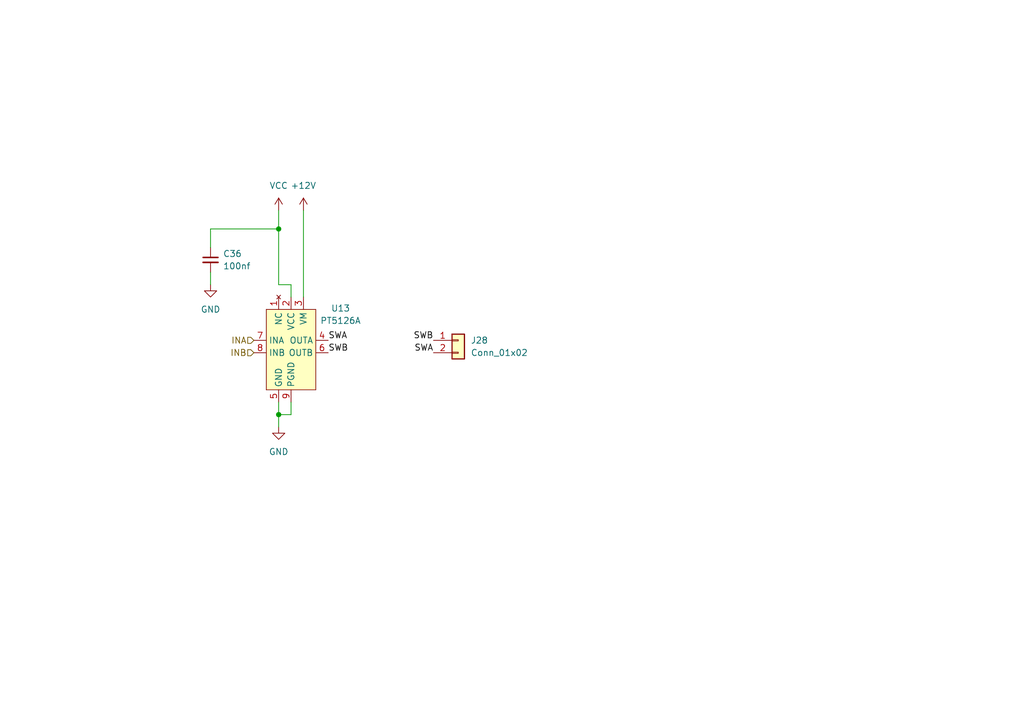
<source format=kicad_sch>
(kicad_sch (version 20211123) (generator eeschema)
  (paper "A5")
  (lib_symbols
    (symbol "Connector_Generic:Conn_01x02" (pin_names (offset 1.016) hide)
      (property "Reference" "J" (at 0 2.54 0))
      (property "Value" "Conn_01x02" (at 0 -5.08 0))
      (symbol "Conn_01x02_1_1"
        (rectangle (start -1.27 -2.413) (end 0 -2.667) (stroke (width 0.1524)))
        (rectangle (start -1.27 0.127) (end 0 -0.127) (stroke (width 0.1524)))
        (rectangle (start -1.27 1.27) (end 1.27 -3.81) (stroke (width 0.254)) (fill (type background)))
        (pin passive line (at -5.08 0 0) (length 3.81) (name "Pin_1") (number "1"))
        (pin passive line (at -5.08 -2.54 0) (length 3.81) (name "Pin_2") (number "2"))
      )
    )
    (symbol "Device:C_Small" (pin_numbers hide) (pin_names (offset 0.254) hide)
      (property "Reference" "C" (at 0.254 1.778 0))
      (property "Value" "C_Small" (at 0.254 -2.032 0))
      (symbol "C_Small_0_1"
        (polyline (pts (xy -1.524 -0.508) (xy 1.524 -0.508)) (stroke (width 0.3302)))
        (polyline (pts (xy -1.524 0.508) (xy 1.524 0.508)) (stroke (width 0.3048)))
      )
      (symbol "C_Small_1_1"
        (pin passive line (at 0 2.54 270) (length 2.032) (name "~") (number "1"))
        (pin passive line (at 0 -2.54 90) (length 2.032) (name "~") (number "2"))
      )
    )
    (symbol "_my:PT5126A"
      (property "Reference" "U" (at 12.7 0 0))
      (property "Value" "PT5126A" (at 13.97 3.81 0))
      (symbol "PT5126A_0_1"
        (rectangle (start 0 0) (end 10.16 -16.51) (fill (type background)))
      )
      (symbol "PT5126A_1_1"
        (pin no_connect line (at 2.54 2.54 270) (length 2.54) (name "NC") (number "1"))
        (pin power_in line (at 5.08 2.54 270) (length 2.54) (name "VCC") (number "2"))
        (pin power_in line (at 7.62 2.54 270) (length 2.54) (name "VM") (number "3"))
        (pin output line (at 12.7 -6.35 180) (length 2.54) (name "OUTA") (number "4"))
        (pin power_in line (at 2.54 -19.05 90) (length 2.54) (name "GND") (number "5"))
        (pin output line (at 12.7 -8.89 180) (length 2.54) (name "OUTB") (number "6"))
        (pin input line (at -2.54 -6.35 0) (length 2.54) (name "INA") (number "7"))
        (pin input line (at -2.54 -8.89 0) (length 2.54) (name "INB") (number "8"))
        (pin power_in line (at 5.08 -19.05 90) (length 2.54) (name "PGND") (number "9"))
      )
    )
    (symbol "power:+12V" (power) (pin_names (offset 0))
      (property "Value" "+12V" (at 0 3.556 0))
      (symbol "+12V_0_1"
        (polyline (pts (xy -0.762 1.27) (xy 0 2.54)))
        (polyline (pts (xy 0 0) (xy 0 2.54)))
        (polyline (pts (xy 0 2.54) (xy 0.762 1.27)))
      )
      (symbol "+12V_1_1"
        (pin power_in line (at 0 0 90) (length 0) hide (name "+12V") (number "1"))
      )
    )
    (symbol "power:GND" (power) (pin_names (offset 0))
      (property "Value" "GND" (at 0 -3.81 0))
      (symbol "GND_0_1"
        (polyline (pts (xy 0 0) (xy 0 -1.27) (xy 1.27 -1.27) (xy 0 -2.54) (xy -1.27 -1.27) (xy 0 -1.27)))
      )
      (symbol "GND_1_1"
        (pin power_in line (at 0 0 270) (length 0) hide (name "GND") (number "1"))
      )
    )
    (symbol "power:VCC" (power) (pin_names (offset 0))
      (property "Value" "VCC" (at 0 3.81 0))
      (symbol "VCC_0_1"
        (polyline (pts (xy -0.762 1.27) (xy 0 2.54)))
        (polyline (pts (xy 0 0) (xy 0 2.54)))
        (polyline (pts (xy 0 2.54) (xy 0.762 1.27)))
      )
      (symbol "VCC_1_1"
        (pin power_in line (at 0 0 90) (length 0) hide (name "VCC") (number "1"))
      )
    )
  )
  (junction (at 57.15 85.09))
  (junction (at 57.15 46.99))
  (wire (pts (xy 57.15 43.18) (xy 57.15 46.99)))
  (wire (pts (xy 57.15 85.09) (xy 57.15 87.63)))
  (wire (pts (xy 43.18 55.88) (xy 43.18 58.42)))
  (wire (pts (xy 57.15 46.99) (xy 57.15 58.42)))
  (wire (pts (xy 59.69 85.09) (xy 57.15 85.09)))
  (wire (pts (xy 59.69 60.96) (xy 59.69 58.42)))
  (wire (pts (xy 43.18 50.8) (xy 43.18 46.99)))
  (wire (pts (xy 59.69 58.42) (xy 57.15 58.42)))
  (wire (pts (xy 57.15 82.55) (xy 57.15 85.09)))
  (wire (pts (xy 43.18 46.99) (xy 57.15 46.99)))
  (wire (pts (xy 59.69 82.55) (xy 59.69 85.09)))
  (wire (pts (xy 62.23 43.18) (xy 62.23 60.96)))
  (label "SWA" (at 67.31 69.85 0))
  (label "SWB" (at 67.31 72.39 0))
  (label "SWA" (at 88.9 72.39 180))
  (label "SWB" (at 88.9 69.85 180))
  (hierarchical_label "INB" (shape input) (at 52.07 72.39 180))
  (hierarchical_label "INA" (shape input) (at 52.07 69.85 180))
  (symbol (lib_id "power:GND") (at 57.15 87.63 0) (unit 1)
    (property "Reference" "#PWR081" (effects hide))
    (property "Value" "GND" (at 57.15 92.71 0))
  )
  (symbol (lib_id "power:GND") (at 43.18 58.42 0) (unit 1)
    (property "Reference" "#PWR080" (effects hide))
    (property "Value" "GND" (at 43.18 63.5 0))
  )
  (symbol (lib_id "Device:C_Small") (at 43.18 53.34 0) (unit 1)
    (property "Reference" "C36" (at 45.72 52.0762 0) (effects (justify left)))
    (property "Value" "100nf" (at 45.72 54.6162 0) (effects (justify left)))
    (property "Footprint" "Capacitor_SMD:C_0603_1608Metric" (effects hide))
  )
  (symbol (lib_id "Connector_Generic:Conn_01x02") (at 93.98 69.85 0) (unit 1)
    (property "Reference" "J28" (at 96.52 69.8499 0) (effects (justify left)))
    (property "Value" "Conn_01x02" (at 96.52 72.3899 0) (effects (justify left)))
    (property "Footprint" "Connector_PinSocket_2.54mm:PinSocket_1x02_P2.54mm_Vertical" (effects hide))
  )
  (symbol (lib_id "power:VCC") (at 57.15 43.18 0) (unit 1)
    (property "Reference" "#PWR078" (effects hide))
    (property "Value" "VCC" (at 57.15 38.1 0))
  )
  (symbol (lib_id "_my:PT5126A") (at 54.61 63.5 0) (unit 1)
    (property "Reference" "U13" (at 69.85 63.2712 0))
    (property "Value" "PT5126A" (at 69.85 65.8112 0))
    (property "Footprint" "Package_SO:HSOP-8-1EP_3.9x4.9mm_P1.27mm_EP2.3x2.3mm" (effects hide))
    (property "Datasheet" "https://datasheet.lcsc.com/lcsc/2009081108_PTC-Princeton-Tech-PT5126A-H_C782185.pdf" (effects hide))
  )
  (symbol (lib_id "power:+12V") (at 62.23 43.18 0) (unit 1)
    (property "Reference" "#PWR079" (effects hide))
    (property "Value" "+12V" (at 62.23 38.1 0))
  )
)
</source>
